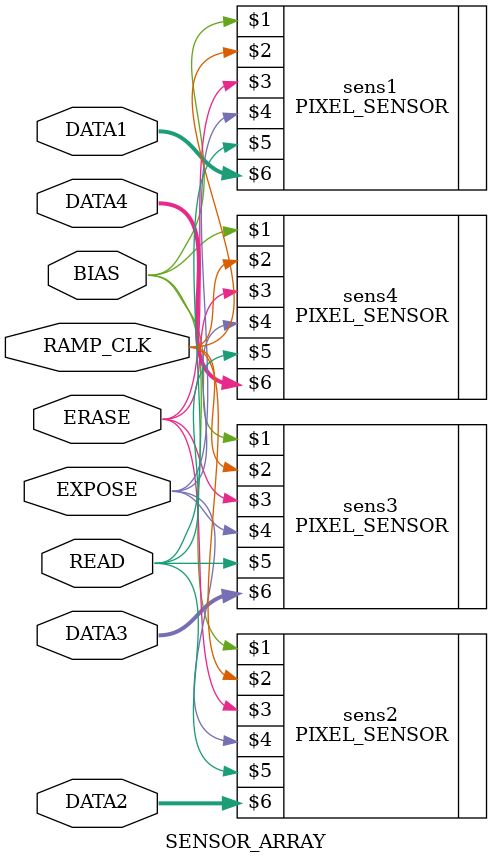
<source format=sv>
module SENSOR_ARRAY (
    input logic BIAS, 
    input logic RAMP_CLK,
    input logic ERASE,
    input logic EXPOSE,
    input logic READ,
    inout [7:0] DATA1,
    inout [7:0] DATA2,
    inout [7:0] DATA3,
    inout [7:0] DATA4
);
    parameter  real dv_pixel1 = 0.5;
    parameter real dv_pixel2 = 0.8;
    PIXEL_SENSOR #(.dv_pixel(dv_pixel1)) sens1(BIAS, RAMP_CLK, ERASE, EXPOSE, READ, DATA1);
    PIXEL_SENSOR #(.dv_pixel(dv_pixel1)) sens2(BIAS, RAMP_CLK, ERASE, EXPOSE, READ, DATA2);
    PIXEL_SENSOR #(.dv_pixel(dv_pixel2)) sens3(BIAS, RAMP_CLK, ERASE, EXPOSE, READ, DATA3);
    PIXEL_SENSOR #(.dv_pixel(dv_pixel2)) sens4(BIAS, RAMP_CLK, ERASE, EXPOSE, READ, DATA4);
endmodule
</source>
